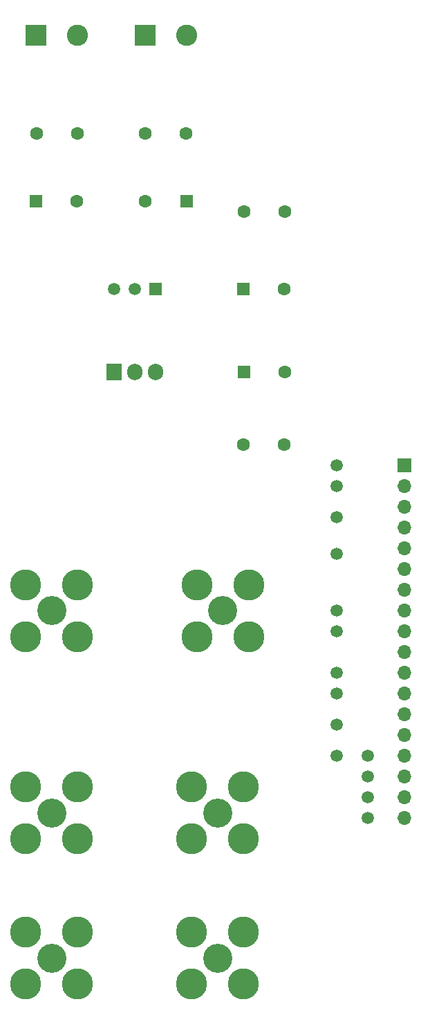
<source format=gbr>
%TF.GenerationSoftware,KiCad,Pcbnew,(5.1.6)-1*%
%TF.CreationDate,2021-03-12T10:12:50+01:00*%
%TF.ProjectId,carte_alim_signaux,63617274-655f-4616-9c69-6d5f7369676e,rev?*%
%TF.SameCoordinates,Original*%
%TF.FileFunction,Copper,L1,Top*%
%TF.FilePolarity,Positive*%
%FSLAX46Y46*%
G04 Gerber Fmt 4.6, Leading zero omitted, Abs format (unit mm)*
G04 Created by KiCad (PCBNEW (5.1.6)-1) date 2021-03-12 10:12:50*
%MOMM*%
%LPD*%
G01*
G04 APERTURE LIST*
%TA.AperFunction,ComponentPad*%
%ADD10C,3.810000*%
%TD*%
%TA.AperFunction,ComponentPad*%
%ADD11C,3.556000*%
%TD*%
%TA.AperFunction,ComponentPad*%
%ADD12C,2.600000*%
%TD*%
%TA.AperFunction,ComponentPad*%
%ADD13R,2.600000X2.600000*%
%TD*%
%TA.AperFunction,ComponentPad*%
%ADD14R,1.700000X1.700000*%
%TD*%
%TA.AperFunction,ComponentPad*%
%ADD15O,1.700000X1.700000*%
%TD*%
%TA.AperFunction,ComponentPad*%
%ADD16C,1.600000*%
%TD*%
%TA.AperFunction,ComponentPad*%
%ADD17R,1.600000X1.600000*%
%TD*%
%TA.AperFunction,ComponentPad*%
%ADD18R,1.905000X2.000000*%
%TD*%
%TA.AperFunction,ComponentPad*%
%ADD19O,1.905000X2.000000*%
%TD*%
%TA.AperFunction,ComponentPad*%
%ADD20C,1.500000*%
%TD*%
%TA.AperFunction,ComponentPad*%
%ADD21R,1.500000X1.500000*%
%TD*%
%TA.AperFunction,ViaPad*%
%ADD22C,1.500000*%
%TD*%
G04 APERTURE END LIST*
D10*
%TO.P,J1,2*%
%TO.N,GND*%
X132715000Y-138430000D03*
X126365000Y-138430000D03*
X132715000Y-132080000D03*
D11*
%TO.P,J1,1*%
%TO.N,IN1*%
X129540000Y-135255000D03*
D10*
%TO.P,J1,2*%
%TO.N,GND*%
X126365000Y-132080000D03*
%TD*%
%TO.P,J2,2*%
%TO.N,GND*%
X105410000Y-132080000D03*
D11*
%TO.P,J2,1*%
%TO.N,IN2*%
X108585000Y-135255000D03*
D10*
%TO.P,J2,2*%
%TO.N,GND*%
X111760000Y-132080000D03*
X105410000Y-138430000D03*
X111760000Y-138430000D03*
%TD*%
%TO.P,J3,2*%
%TO.N,GND*%
X105410000Y-156845000D03*
D11*
%TO.P,J3,1*%
%TO.N,OUT1*%
X108585000Y-160020000D03*
D10*
%TO.P,J3,2*%
%TO.N,GND*%
X111760000Y-156845000D03*
X105410000Y-163195000D03*
X111760000Y-163195000D03*
%TD*%
%TO.P,J4,2*%
%TO.N,GND*%
X132080000Y-163195000D03*
X125730000Y-163195000D03*
X132080000Y-156845000D03*
D11*
%TO.P,J4,1*%
%TO.N,OUT2*%
X128905000Y-160020000D03*
D10*
%TO.P,J4,2*%
%TO.N,GND*%
X125730000Y-156845000D03*
%TD*%
%TO.P,J5,2*%
%TO.N,GND*%
X105410000Y-174625000D03*
D11*
%TO.P,J5,1*%
%TO.N,OUT3*%
X108585000Y-177800000D03*
D10*
%TO.P,J5,2*%
%TO.N,GND*%
X111760000Y-174625000D03*
X105410000Y-180975000D03*
X111760000Y-180975000D03*
%TD*%
%TO.P,J6,2*%
%TO.N,GND*%
X132080000Y-180975000D03*
X125730000Y-180975000D03*
X132080000Y-174625000D03*
D11*
%TO.P,J6,1*%
%TO.N,OUT4*%
X128905000Y-177800000D03*
D10*
%TO.P,J6,2*%
%TO.N,GND*%
X125730000Y-174625000D03*
%TD*%
D12*
%TO.P,J7,2*%
%TO.N,+15V*%
X125095000Y-64770000D03*
D13*
%TO.P,J7,1*%
%TO.N,GND*%
X120015000Y-64770000D03*
%TD*%
%TO.P,J8,1*%
%TO.N,GND*%
X106680000Y-64770000D03*
D12*
%TO.P,J8,2*%
%TO.N,-15V*%
X111760000Y-64770000D03*
%TD*%
D14*
%TO.P,J9,1*%
%TO.N,3.3V*%
X151765000Y-117475000D03*
D15*
%TO.P,J9,2*%
%TO.N,5V*%
X151765000Y-120015000D03*
%TO.P,J9,3*%
%TO.N,GND*%
X151765000Y-122555000D03*
%TO.P,J9,4*%
%TO.N,+15V*%
X151765000Y-125095000D03*
%TO.P,J9,5*%
%TO.N,GND*%
X151765000Y-127635000D03*
%TO.P,J9,6*%
%TO.N,-15V*%
X151765000Y-130175000D03*
%TO.P,J9,7*%
%TO.N,GND*%
X151765000Y-132715000D03*
%TO.P,J9,8*%
%TO.N,IN1*%
X151765000Y-135255000D03*
%TO.P,J9,9*%
%TO.N,IN2*%
X151765000Y-137795000D03*
%TO.P,J9,10*%
%TO.N,GND*%
X151765000Y-140335000D03*
%TO.P,J9,11*%
%TO.N,OUT1*%
X151765000Y-142875000D03*
%TO.P,J9,12*%
%TO.N,OUT2*%
X151765000Y-145415000D03*
%TO.P,J9,13*%
%TO.N,OUT3*%
X151765000Y-147955000D03*
%TO.P,J9,14*%
%TO.N,OUT4*%
X151765000Y-150495000D03*
%TO.P,J9,15*%
%TO.N,GND*%
X151765000Y-153035000D03*
%TO.P,J9,16*%
%TO.N,SEL1*%
X151765000Y-155575000D03*
%TO.P,J9,17*%
%TO.N,SEL2*%
X151765000Y-158115000D03*
%TO.P,J9,18*%
%TO.N,SEL3*%
X151765000Y-160655000D03*
%TD*%
D16*
%TO.P,C1,1*%
%TO.N,+15V*%
X125015000Y-76835000D03*
%TO.P,C1,2*%
%TO.N,GND*%
X120015000Y-76835000D03*
%TD*%
%TO.P,C2,2*%
%TO.N,-15V*%
X111760000Y-76835000D03*
%TO.P,C2,1*%
%TO.N,GND*%
X106760000Y-76835000D03*
%TD*%
%TO.P,C3,2*%
%TO.N,GND*%
X120095000Y-85090000D03*
D17*
%TO.P,C3,1*%
%TO.N,+15V*%
X125095000Y-85090000D03*
%TD*%
D16*
%TO.P,C4,2*%
%TO.N,-15V*%
X111680000Y-85090000D03*
D17*
%TO.P,C4,1*%
%TO.N,GND*%
X106680000Y-85090000D03*
%TD*%
%TO.P,C5,1*%
%TO.N,5V*%
X132160000Y-106045000D03*
D16*
%TO.P,C5,2*%
%TO.N,GND*%
X137160000Y-106045000D03*
%TD*%
D17*
%TO.P,C6,1*%
%TO.N,3.3V*%
X132080000Y-95885000D03*
D16*
%TO.P,C6,2*%
%TO.N,GND*%
X137080000Y-95885000D03*
%TD*%
%TO.P,C7,2*%
%TO.N,GND*%
X137080000Y-114935000D03*
%TO.P,C7,1*%
%TO.N,5V*%
X132080000Y-114935000D03*
%TD*%
%TO.P,C8,1*%
%TO.N,3.3V*%
X132160000Y-86360000D03*
%TO.P,C8,2*%
%TO.N,GND*%
X137160000Y-86360000D03*
%TD*%
D18*
%TO.P,U1,1*%
%TO.N,+15V*%
X116205000Y-106045000D03*
D19*
%TO.P,U1,2*%
%TO.N,GND*%
X118745000Y-106045000D03*
%TO.P,U1,3*%
%TO.N,5V*%
X121285000Y-106045000D03*
%TD*%
D20*
%TO.P,U2,2*%
%TO.N,GND*%
X118745000Y-95885000D03*
%TO.P,U2,3*%
%TO.N,+15V*%
X116205000Y-95885000D03*
D21*
%TO.P,U2,1*%
%TO.N,3.3V*%
X121285000Y-95885000D03*
%TD*%
D22*
%TO.N,+15V*%
X143510000Y-123825000D03*
%TO.N,GND*%
X147320000Y-153035000D03*
%TO.N,5V*%
X143510000Y-120015000D03*
%TO.N,3.3V*%
X143510000Y-117475000D03*
%TO.N,IN1*%
X143510000Y-135255000D03*
%TO.N,IN2*%
X143510000Y-137795000D03*
%TO.N,OUT1*%
X143510000Y-142875000D03*
%TO.N,OUT2*%
X143510000Y-145415000D03*
%TO.N,OUT3*%
X143510000Y-149225000D03*
%TO.N,OUT4*%
X143510000Y-153035000D03*
%TO.N,-15V*%
X143510000Y-128270000D03*
%TO.N,SEL1*%
X147320000Y-155575000D03*
%TO.N,SEL2*%
X147320000Y-158115000D03*
%TO.N,SEL3*%
X147320000Y-160655000D03*
%TD*%
M02*

</source>
